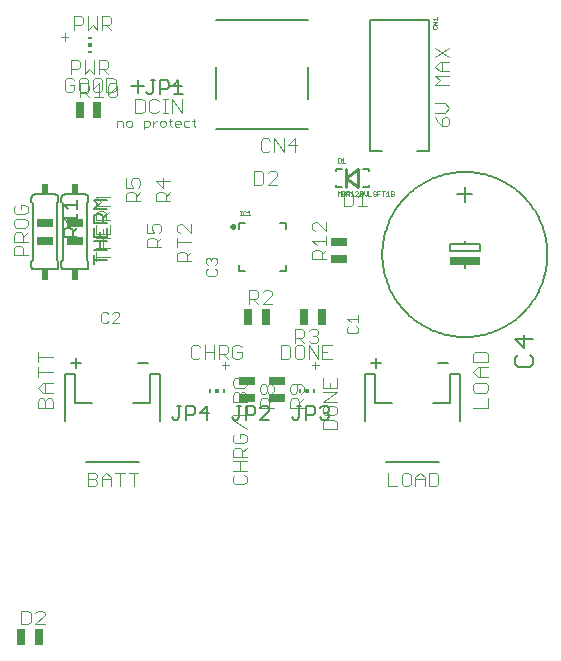
<source format=gbr>
G04 EAGLE Gerber RS-274X export*
G75*
%MOMM*%
%FSLAX34Y34*%
%LPD*%
%INSilkscreen Top*%
%IPPOS*%
%AMOC8*
5,1,8,0,0,1.08239X$1,22.5*%
G01*
%ADD10C,0.152400*%
%ADD11C,0.101600*%
%ADD12C,0.076200*%
%ADD13C,0.127000*%
%ADD14C,0.250000*%
%ADD15C,0.025400*%
%ADD16R,0.650000X1.400000*%
%ADD17R,0.300000X0.150000*%
%ADD18R,0.300000X0.300000*%
%ADD19R,0.150000X0.300000*%
%ADD20R,1.400000X0.650000*%
%ADD21C,0.177800*%
%ADD22R,0.609600X0.863600*%
%ADD23R,2.540000X0.635000*%
%ADD24C,0.254000*%


D10*
X143002Y326397D02*
X153849Y326397D01*
X122099Y326397D02*
X111252Y326397D01*
X116675Y331820D02*
X116675Y320974D01*
D11*
X45212Y53848D02*
X31993Y53848D01*
X31993Y60458D01*
X34196Y62661D01*
X36399Y62661D01*
X38602Y60458D01*
X40806Y62661D01*
X43009Y62661D01*
X45212Y60458D01*
X45212Y53848D01*
X38602Y53848D02*
X38602Y60458D01*
X36399Y66945D02*
X45212Y66945D01*
X36399Y66945D02*
X31993Y71352D01*
X36399Y75758D01*
X45212Y75758D01*
X38602Y75758D02*
X38602Y66945D01*
X45212Y84449D02*
X31993Y84449D01*
X31993Y80043D02*
X31993Y88855D01*
X31993Y97546D02*
X45212Y97546D01*
X31993Y93140D02*
X31993Y101953D01*
X400293Y53848D02*
X413512Y53848D01*
X413512Y62661D01*
X400293Y69148D02*
X400293Y73555D01*
X400293Y69148D02*
X402496Y66945D01*
X411309Y66945D01*
X413512Y69148D01*
X413512Y73555D01*
X411309Y75758D01*
X402496Y75758D01*
X400293Y73555D01*
X404699Y80043D02*
X413512Y80043D01*
X404699Y80043D02*
X400293Y84449D01*
X404699Y88855D01*
X413512Y88855D01*
X406902Y88855D02*
X406902Y80043D01*
X400293Y93140D02*
X413512Y93140D01*
X413512Y99749D01*
X411309Y101953D01*
X402496Y101953D01*
X400293Y99749D01*
X400293Y93140D01*
X62914Y331563D02*
X60965Y333512D01*
X57067Y333512D01*
X55118Y331563D01*
X55118Y323767D01*
X57067Y321818D01*
X60965Y321818D01*
X62914Y323767D01*
X62914Y327665D01*
X59016Y327665D01*
X68761Y333512D02*
X72659Y333512D01*
X68761Y333512D02*
X66812Y331563D01*
X66812Y323767D01*
X68761Y321818D01*
X72659Y321818D01*
X74608Y323767D01*
X74608Y331563D01*
X72659Y333512D01*
X80455Y333512D02*
X84353Y333512D01*
X80455Y333512D02*
X78506Y331563D01*
X78506Y323767D01*
X80455Y321818D01*
X84353Y321818D01*
X86302Y323767D01*
X86302Y331563D01*
X84353Y333512D01*
X90200Y333512D02*
X90200Y321818D01*
X96047Y321818D01*
X97996Y323767D01*
X97996Y331563D01*
X96047Y333512D01*
X90200Y333512D01*
X107178Y229108D02*
X118872Y229108D01*
X107178Y229108D02*
X107178Y234955D01*
X109127Y236904D01*
X113025Y236904D01*
X114974Y234955D01*
X114974Y229108D01*
X114974Y233006D02*
X118872Y236904D01*
X107178Y240802D02*
X107178Y248598D01*
X107178Y240802D02*
X113025Y240802D01*
X111076Y244700D01*
X111076Y246649D01*
X113025Y248598D01*
X116923Y248598D01*
X118872Y246649D01*
X118872Y242751D01*
X116923Y240802D01*
X132578Y229108D02*
X144272Y229108D01*
X132578Y229108D02*
X132578Y234955D01*
X134527Y236904D01*
X138425Y236904D01*
X140374Y234955D01*
X140374Y229108D01*
X140374Y233006D02*
X144272Y236904D01*
X144272Y246649D02*
X132578Y246649D01*
X138425Y240802D01*
X138425Y248598D01*
X23622Y183388D02*
X11928Y183388D01*
X11928Y189235D01*
X13877Y191184D01*
X17775Y191184D01*
X19724Y189235D01*
X19724Y183388D01*
X23622Y195082D02*
X11928Y195082D01*
X11928Y200929D01*
X13877Y202878D01*
X17775Y202878D01*
X19724Y200929D01*
X19724Y195082D01*
X19724Y198980D02*
X23622Y202878D01*
X11928Y208725D02*
X11928Y212623D01*
X11928Y208725D02*
X13877Y206776D01*
X21673Y206776D01*
X23622Y208725D01*
X23622Y212623D01*
X21673Y214572D01*
X13877Y214572D01*
X11928Y212623D01*
X11928Y224317D02*
X13877Y226266D01*
X11928Y224317D02*
X11928Y220419D01*
X13877Y218470D01*
X21673Y218470D01*
X23622Y220419D01*
X23622Y224317D01*
X21673Y226266D01*
X17775Y226266D01*
X17775Y222368D01*
X167645Y107452D02*
X169594Y105503D01*
X167645Y107452D02*
X163747Y107452D01*
X161798Y105503D01*
X161798Y97707D01*
X163747Y95758D01*
X167645Y95758D01*
X169594Y97707D01*
X173492Y95758D02*
X173492Y107452D01*
X173492Y101605D02*
X181288Y101605D01*
X181288Y107452D02*
X181288Y95758D01*
X185186Y95758D02*
X185186Y107452D01*
X191033Y107452D01*
X192982Y105503D01*
X192982Y101605D01*
X191033Y99656D01*
X185186Y99656D01*
X189084Y99656D02*
X192982Y95758D01*
X204676Y105503D02*
X202727Y107452D01*
X198829Y107452D01*
X196880Y105503D01*
X196880Y97707D01*
X198829Y95758D01*
X202727Y95758D01*
X204676Y97707D01*
X204676Y101605D01*
X200778Y101605D01*
X237998Y107452D02*
X237998Y95758D01*
X243845Y95758D01*
X245794Y97707D01*
X245794Y105503D01*
X243845Y107452D01*
X237998Y107452D01*
X251641Y107452D02*
X255539Y107452D01*
X251641Y107452D02*
X249692Y105503D01*
X249692Y97707D01*
X251641Y95758D01*
X255539Y95758D01*
X257488Y97707D01*
X257488Y105503D01*
X255539Y107452D01*
X261386Y107452D02*
X261386Y95758D01*
X269182Y95758D02*
X261386Y107452D01*
X269182Y107452D02*
X269182Y95758D01*
X273080Y107452D02*
X280876Y107452D01*
X273080Y107452D02*
X273080Y95758D01*
X280876Y95758D01*
X276978Y101605D02*
X273080Y101605D01*
X60198Y337058D02*
X60198Y348752D01*
X66045Y348752D01*
X67994Y346803D01*
X67994Y342905D01*
X66045Y340956D01*
X60198Y340956D01*
X71892Y337058D02*
X71892Y348752D01*
X75790Y340956D02*
X71892Y337058D01*
X75790Y340956D02*
X79688Y337058D01*
X79688Y348752D01*
X83586Y348752D02*
X83586Y337058D01*
X83586Y348752D02*
X89433Y348752D01*
X91382Y346803D01*
X91382Y342905D01*
X89433Y340956D01*
X83586Y340956D01*
X87484Y340956D02*
X91382Y337058D01*
X114808Y315732D02*
X114808Y304038D01*
X120655Y304038D01*
X122604Y305987D01*
X122604Y313783D01*
X120655Y315732D01*
X114808Y315732D01*
X132349Y315732D02*
X134298Y313783D01*
X132349Y315732D02*
X128451Y315732D01*
X126502Y313783D01*
X126502Y305987D01*
X128451Y304038D01*
X132349Y304038D01*
X134298Y305987D01*
X138196Y304038D02*
X142094Y304038D01*
X140145Y304038D02*
X140145Y315732D01*
X138196Y315732D02*
X142094Y315732D01*
X145992Y315732D02*
X145992Y304038D01*
X153788Y304038D02*
X145992Y315732D01*
X153788Y315732D02*
X153788Y304038D01*
X93472Y182206D02*
X81778Y182206D01*
X81778Y178308D02*
X81778Y186104D01*
X81778Y190002D02*
X93472Y190002D01*
X87625Y190002D02*
X87625Y197798D01*
X81778Y197798D02*
X93472Y197798D01*
X81778Y201696D02*
X81778Y209492D01*
X81778Y201696D02*
X93472Y201696D01*
X93472Y209492D01*
X87625Y205594D02*
X87625Y201696D01*
X93472Y213390D02*
X81778Y213390D01*
X81778Y219237D01*
X83727Y221186D01*
X87625Y221186D01*
X89574Y219237D01*
X89574Y213390D01*
X89574Y217288D02*
X93472Y221186D01*
X93472Y225084D02*
X81778Y225084D01*
X85676Y228982D01*
X81778Y232880D01*
X93472Y232880D01*
X368798Y300404D02*
X370747Y296506D01*
X374645Y292608D01*
X378543Y292608D01*
X380492Y294557D01*
X380492Y298455D01*
X378543Y300404D01*
X376594Y300404D01*
X374645Y298455D01*
X374645Y292608D01*
X376594Y304302D02*
X368798Y304302D01*
X376594Y304302D02*
X380492Y308200D01*
X376594Y312098D01*
X368798Y312098D01*
X368798Y327690D02*
X380492Y327690D01*
X372696Y331588D02*
X368798Y327690D01*
X372696Y331588D02*
X368798Y335486D01*
X380492Y335486D01*
X380492Y339384D02*
X372696Y339384D01*
X368798Y343282D01*
X372696Y347180D01*
X380492Y347180D01*
X374645Y347180D02*
X374645Y339384D01*
X368798Y351078D02*
X380492Y358874D01*
X380492Y351078D02*
X368798Y358874D01*
X291338Y236992D02*
X291338Y225298D01*
X297185Y225298D01*
X299134Y227247D01*
X299134Y235043D01*
X297185Y236992D01*
X291338Y236992D01*
X303032Y233094D02*
X306930Y236992D01*
X306930Y225298D01*
X303032Y225298D02*
X310828Y225298D01*
X215138Y243078D02*
X215138Y254772D01*
X215138Y243078D02*
X220985Y243078D01*
X222934Y245027D01*
X222934Y252823D01*
X220985Y254772D01*
X215138Y254772D01*
X226832Y243078D02*
X234628Y243078D01*
X226832Y243078D02*
X234628Y250874D01*
X234628Y252823D01*
X232679Y254772D01*
X228781Y254772D01*
X226832Y252823D01*
D12*
X99441Y292481D02*
X99441Y297396D01*
X103127Y297396D01*
X104356Y296167D01*
X104356Y292481D01*
X108154Y292481D02*
X110611Y292481D01*
X111840Y293710D01*
X111840Y296167D01*
X110611Y297396D01*
X108154Y297396D01*
X106925Y296167D01*
X106925Y293710D01*
X108154Y292481D01*
X121893Y290024D02*
X121893Y297396D01*
X125580Y297396D01*
X126808Y296167D01*
X126808Y293710D01*
X125580Y292481D01*
X121893Y292481D01*
X129378Y292481D02*
X129378Y297396D01*
X131835Y297396D02*
X129378Y294938D01*
X131835Y297396D02*
X133064Y297396D01*
X136843Y292481D02*
X139301Y292481D01*
X140529Y293710D01*
X140529Y296167D01*
X139301Y297396D01*
X136843Y297396D01*
X135614Y296167D01*
X135614Y293710D01*
X136843Y292481D01*
X144327Y293710D02*
X144327Y298625D01*
X144327Y293710D02*
X145556Y292481D01*
X145556Y297396D02*
X143099Y297396D01*
X149317Y292481D02*
X151774Y292481D01*
X149317Y292481D02*
X148088Y293710D01*
X148088Y296167D01*
X149317Y297396D01*
X151774Y297396D01*
X153003Y296167D01*
X153003Y294938D01*
X148088Y294938D01*
X156801Y297396D02*
X160487Y297396D01*
X156801Y297396D02*
X155572Y296167D01*
X155572Y293710D01*
X156801Y292481D01*
X160487Y292481D01*
X164285Y293710D02*
X164285Y298625D01*
X164285Y293710D02*
X165514Y292481D01*
X165514Y297396D02*
X163056Y297396D01*
D13*
X202250Y210500D02*
X207250Y210500D01*
X202250Y210500D02*
X202250Y205500D01*
X237250Y210500D02*
X242250Y210500D01*
X242250Y205500D01*
X207250Y170500D02*
X202250Y170500D01*
X202250Y175500D01*
X237250Y170500D02*
X242250Y170500D01*
X242250Y175500D01*
D14*
X196000Y208000D02*
X196002Y208070D01*
X196008Y208140D01*
X196018Y208209D01*
X196031Y208278D01*
X196049Y208346D01*
X196070Y208413D01*
X196095Y208478D01*
X196124Y208542D01*
X196156Y208605D01*
X196192Y208665D01*
X196231Y208723D01*
X196273Y208779D01*
X196318Y208833D01*
X196366Y208884D01*
X196417Y208932D01*
X196471Y208977D01*
X196527Y209019D01*
X196585Y209058D01*
X196645Y209094D01*
X196708Y209126D01*
X196772Y209155D01*
X196837Y209180D01*
X196904Y209201D01*
X196972Y209219D01*
X197041Y209232D01*
X197110Y209242D01*
X197180Y209248D01*
X197250Y209250D01*
X197320Y209248D01*
X197390Y209242D01*
X197459Y209232D01*
X197528Y209219D01*
X197596Y209201D01*
X197663Y209180D01*
X197728Y209155D01*
X197792Y209126D01*
X197855Y209094D01*
X197915Y209058D01*
X197973Y209019D01*
X198029Y208977D01*
X198083Y208932D01*
X198134Y208884D01*
X198182Y208833D01*
X198227Y208779D01*
X198269Y208723D01*
X198308Y208665D01*
X198344Y208605D01*
X198376Y208542D01*
X198405Y208478D01*
X198430Y208413D01*
X198451Y208346D01*
X198469Y208278D01*
X198482Y208209D01*
X198492Y208140D01*
X198498Y208070D01*
X198500Y208000D01*
X198498Y207930D01*
X198492Y207860D01*
X198482Y207791D01*
X198469Y207722D01*
X198451Y207654D01*
X198430Y207587D01*
X198405Y207522D01*
X198376Y207458D01*
X198344Y207395D01*
X198308Y207335D01*
X198269Y207277D01*
X198227Y207221D01*
X198182Y207167D01*
X198134Y207116D01*
X198083Y207068D01*
X198029Y207023D01*
X197973Y206981D01*
X197915Y206942D01*
X197855Y206906D01*
X197792Y206874D01*
X197728Y206845D01*
X197663Y206820D01*
X197596Y206799D01*
X197528Y206781D01*
X197459Y206768D01*
X197390Y206758D01*
X197320Y206752D01*
X197250Y206750D01*
X197180Y206752D01*
X197110Y206758D01*
X197041Y206768D01*
X196972Y206781D01*
X196904Y206799D01*
X196837Y206820D01*
X196772Y206845D01*
X196708Y206874D01*
X196645Y206906D01*
X196585Y206942D01*
X196527Y206981D01*
X196471Y207023D01*
X196417Y207068D01*
X196366Y207116D01*
X196318Y207167D01*
X196273Y207221D01*
X196231Y207277D01*
X196192Y207335D01*
X196156Y207395D01*
X196124Y207458D01*
X196095Y207522D01*
X196070Y207587D01*
X196049Y207654D01*
X196031Y207722D01*
X196018Y207791D01*
X196008Y207860D01*
X196002Y207930D01*
X196000Y208000D01*
D15*
X203327Y217297D02*
X204598Y217297D01*
X203963Y217297D02*
X203963Y221110D01*
X204598Y221110D02*
X203327Y221110D01*
X207728Y221110D02*
X208364Y220475D01*
X207728Y221110D02*
X206457Y221110D01*
X205822Y220475D01*
X205822Y217933D01*
X206457Y217297D01*
X207728Y217297D01*
X208364Y217933D01*
X209564Y219839D02*
X210835Y221110D01*
X210835Y217297D01*
X209564Y217297D02*
X212106Y217297D01*
D16*
X225114Y131615D03*
X210382Y131615D03*
D11*
X210688Y142268D02*
X210688Y153962D01*
X216535Y153962D01*
X218484Y152013D01*
X218484Y148115D01*
X216535Y146166D01*
X210688Y146166D01*
X214586Y146166D02*
X218484Y142268D01*
X222382Y142268D02*
X230178Y142268D01*
X222382Y142268D02*
X230178Y150064D01*
X230178Y152013D01*
X228229Y153962D01*
X224331Y153962D01*
X222382Y152013D01*
D16*
X257636Y131585D03*
X272368Y131585D03*
D11*
X249690Y120942D02*
X249690Y109248D01*
X249690Y120942D02*
X255537Y120942D01*
X257486Y118993D01*
X257486Y115095D01*
X255537Y113146D01*
X249690Y113146D01*
X253588Y113146D02*
X257486Y109248D01*
X261384Y118993D02*
X263333Y120942D01*
X267231Y120942D01*
X269180Y118993D01*
X269180Y117044D01*
X267231Y115095D01*
X265282Y115095D01*
X267231Y115095D02*
X269180Y113146D01*
X269180Y111197D01*
X267231Y109248D01*
X263333Y109248D01*
X261384Y111197D01*
D12*
X54766Y365026D02*
X54766Y371297D01*
X51631Y368161D02*
X57901Y368161D01*
D17*
X76590Y367300D03*
X76590Y355300D03*
D18*
X76590Y361300D03*
D11*
X62898Y374508D02*
X62898Y386202D01*
X68745Y386202D01*
X70694Y384253D01*
X70694Y380355D01*
X68745Y378406D01*
X62898Y378406D01*
X74592Y374508D02*
X74592Y386202D01*
X78490Y378406D02*
X74592Y374508D01*
X78490Y378406D02*
X82388Y374508D01*
X82388Y386202D01*
X86286Y386202D02*
X86286Y374508D01*
X86286Y386202D02*
X92133Y386202D01*
X94082Y384253D01*
X94082Y380355D01*
X92133Y378406D01*
X86286Y378406D01*
X90184Y378406D02*
X94082Y374508D01*
D12*
X264076Y90174D02*
X270347Y90174D01*
X267211Y93309D02*
X267211Y87039D01*
D19*
X266350Y68350D03*
X254350Y68350D03*
D18*
X260350Y68350D03*
D11*
X273548Y36282D02*
X285242Y36282D01*
X285242Y42129D01*
X283293Y44078D01*
X275497Y44078D01*
X273548Y42129D01*
X273548Y36282D01*
X273548Y49925D02*
X273548Y53823D01*
X273548Y49925D02*
X275497Y47976D01*
X283293Y47976D01*
X285242Y49925D01*
X285242Y53823D01*
X283293Y55772D01*
X275497Y55772D01*
X273548Y53823D01*
X273548Y59670D02*
X285242Y59670D01*
X285242Y67466D02*
X273548Y59670D01*
X273548Y67466D02*
X285242Y67466D01*
X273548Y71364D02*
X273548Y79160D01*
X273548Y71364D02*
X285242Y71364D01*
X285242Y79160D01*
X279395Y75262D02*
X279395Y71364D01*
D12*
X194147Y90174D02*
X187876Y90174D01*
X191011Y93309D02*
X191011Y87039D01*
D19*
X190150Y68350D03*
X178150Y68350D03*
D18*
X184150Y68350D03*
D11*
X199297Y-2698D02*
X197348Y-4647D01*
X197348Y-8545D01*
X199297Y-10494D01*
X207093Y-10494D01*
X209042Y-8545D01*
X209042Y-4647D01*
X207093Y-2698D01*
X209042Y1200D02*
X197348Y1200D01*
X203195Y1200D02*
X203195Y8996D01*
X197348Y8996D02*
X209042Y8996D01*
X209042Y12894D02*
X197348Y12894D01*
X197348Y18741D01*
X199297Y20690D01*
X203195Y20690D01*
X205144Y18741D01*
X205144Y12894D01*
X205144Y16792D02*
X209042Y20690D01*
X199297Y32384D02*
X197348Y30435D01*
X197348Y26537D01*
X199297Y24588D01*
X207093Y24588D01*
X209042Y26537D01*
X209042Y30435D01*
X207093Y32384D01*
X203195Y32384D01*
X203195Y28486D01*
X209042Y36282D02*
X197348Y44078D01*
X197348Y47976D02*
X209042Y47976D01*
X209042Y55772D01*
X209042Y59670D02*
X197348Y59670D01*
X197348Y65517D01*
X199297Y67466D01*
X201246Y67466D01*
X203195Y65517D01*
X205144Y67466D01*
X207093Y67466D01*
X209042Y65517D01*
X209042Y59670D01*
X203195Y59670D02*
X203195Y65517D01*
X197348Y73313D02*
X197348Y77211D01*
X197348Y73313D02*
X199297Y71364D01*
X207093Y71364D01*
X209042Y73313D01*
X209042Y77211D01*
X207093Y79160D01*
X199297Y79160D01*
X197348Y77211D01*
D20*
X209565Y62536D03*
X209565Y77268D03*
D11*
X220208Y54590D02*
X231902Y54590D01*
X220208Y54590D02*
X220208Y60437D01*
X222157Y62386D01*
X226055Y62386D01*
X228004Y60437D01*
X228004Y54590D01*
X228004Y58488D02*
X231902Y62386D01*
X222157Y66284D02*
X220208Y68233D01*
X220208Y72131D01*
X222157Y74080D01*
X224106Y74080D01*
X226055Y72131D01*
X228004Y74080D01*
X229953Y74080D01*
X231902Y72131D01*
X231902Y68233D01*
X229953Y66284D01*
X228004Y66284D01*
X226055Y68233D01*
X224106Y66284D01*
X222157Y66284D01*
X226055Y68233D02*
X226055Y72131D01*
D20*
X234965Y62536D03*
X234965Y77268D03*
D11*
X245608Y54590D02*
X257302Y54590D01*
X245608Y54590D02*
X245608Y60437D01*
X247557Y62386D01*
X251455Y62386D01*
X253404Y60437D01*
X253404Y54590D01*
X253404Y58488D02*
X257302Y62386D01*
X255353Y66284D02*
X257302Y68233D01*
X257302Y72131D01*
X255353Y74080D01*
X247557Y74080D01*
X245608Y72131D01*
X245608Y68233D01*
X247557Y66284D01*
X249506Y66284D01*
X251455Y68233D01*
X251455Y74080D01*
D16*
X82404Y306705D03*
X67672Y306705D03*
D11*
X67978Y317358D02*
X67978Y329052D01*
X73825Y329052D01*
X75774Y327103D01*
X75774Y323205D01*
X73825Y321256D01*
X67978Y321256D01*
X71876Y321256D02*
X75774Y317358D01*
X79672Y325154D02*
X83570Y329052D01*
X83570Y317358D01*
X79672Y317358D02*
X87468Y317358D01*
X91366Y319307D02*
X91366Y327103D01*
X93315Y329052D01*
X97213Y329052D01*
X99162Y327103D01*
X99162Y319307D01*
X97213Y317358D01*
X93315Y317358D01*
X91366Y319307D01*
X99162Y327103D01*
D12*
X295451Y123652D02*
X293883Y122084D01*
X293883Y118949D01*
X295451Y117381D01*
X301721Y117381D01*
X303289Y118949D01*
X303289Y122084D01*
X301721Y123652D01*
X297018Y126736D02*
X293883Y129872D01*
X303289Y129872D01*
X303289Y133007D02*
X303289Y126736D01*
X91902Y133809D02*
X90334Y135377D01*
X87199Y135377D01*
X85631Y133809D01*
X85631Y127539D01*
X87199Y125971D01*
X90334Y125971D01*
X91902Y127539D01*
X94986Y125971D02*
X101257Y125971D01*
X94986Y125971D02*
X101257Y132242D01*
X101257Y133809D01*
X99689Y135377D01*
X96554Y135377D01*
X94986Y133809D01*
X174223Y170674D02*
X175791Y172241D01*
X174223Y170674D02*
X174223Y167538D01*
X175791Y165971D01*
X182061Y165971D01*
X183629Y167538D01*
X183629Y170674D01*
X182061Y172241D01*
X175791Y175326D02*
X174223Y176893D01*
X174223Y180029D01*
X175791Y181597D01*
X177358Y181597D01*
X178926Y180029D01*
X178926Y178461D01*
X178926Y180029D02*
X180494Y181597D01*
X182061Y181597D01*
X183629Y180029D01*
X183629Y176893D01*
X182061Y175326D01*
D13*
X326750Y8100D02*
X371750Y8100D01*
X309250Y43100D02*
X309250Y83100D01*
X317750Y83100D01*
X317750Y58100D01*
X331750Y58100D01*
X366750Y58100D02*
X380750Y58100D01*
X380750Y83100D01*
X389250Y83100D01*
X389250Y43100D01*
D21*
X322486Y91953D02*
X314182Y91953D01*
X318334Y87801D02*
X318334Y96106D01*
X371332Y91953D02*
X379636Y91953D01*
D11*
X328382Y-498D02*
X328382Y-12192D01*
X336178Y-12192D01*
X342025Y-498D02*
X345923Y-498D01*
X342025Y-498D02*
X340076Y-2447D01*
X340076Y-10243D01*
X342025Y-12192D01*
X345923Y-12192D01*
X347872Y-10243D01*
X347872Y-2447D01*
X345923Y-498D01*
X351770Y-4396D02*
X351770Y-12192D01*
X351770Y-4396D02*
X355668Y-498D01*
X359566Y-4396D01*
X359566Y-12192D01*
X359566Y-6345D02*
X351770Y-6345D01*
X363464Y-498D02*
X363464Y-12192D01*
X369311Y-12192D01*
X371260Y-10243D01*
X371260Y-2447D01*
X369311Y-498D01*
X363464Y-498D01*
D13*
X117750Y8100D02*
X72750Y8100D01*
X55250Y43100D02*
X55250Y83100D01*
X63750Y83100D01*
X63750Y58100D01*
X77750Y58100D01*
X112750Y58100D02*
X126750Y58100D01*
X126750Y83100D01*
X135250Y83100D01*
X135250Y43100D01*
D21*
X68486Y91953D02*
X60182Y91953D01*
X64334Y87801D02*
X64334Y96106D01*
X117332Y91953D02*
X125636Y91953D01*
D11*
X74382Y-498D02*
X74382Y-12192D01*
X74382Y-498D02*
X80229Y-498D01*
X82178Y-2447D01*
X82178Y-4396D01*
X80229Y-6345D01*
X82178Y-8294D01*
X82178Y-10243D01*
X80229Y-12192D01*
X74382Y-12192D01*
X74382Y-6345D02*
X80229Y-6345D01*
X86076Y-4396D02*
X86076Y-12192D01*
X86076Y-4396D02*
X89974Y-498D01*
X93872Y-4396D01*
X93872Y-12192D01*
X93872Y-6345D02*
X86076Y-6345D01*
X101668Y-12192D02*
X101668Y-498D01*
X97770Y-498D02*
X105566Y-498D01*
X113362Y-498D02*
X113362Y-12192D01*
X109464Y-498D02*
X117260Y-498D01*
D10*
X49530Y232410D02*
X49528Y232510D01*
X49522Y232609D01*
X49512Y232709D01*
X49499Y232807D01*
X49481Y232906D01*
X49460Y233003D01*
X49435Y233099D01*
X49406Y233195D01*
X49373Y233289D01*
X49337Y233382D01*
X49297Y233473D01*
X49253Y233563D01*
X49206Y233651D01*
X49156Y233737D01*
X49102Y233821D01*
X49045Y233903D01*
X48985Y233982D01*
X48921Y234060D01*
X48855Y234134D01*
X48786Y234206D01*
X48714Y234275D01*
X48640Y234341D01*
X48562Y234405D01*
X48483Y234465D01*
X48401Y234522D01*
X48317Y234576D01*
X48231Y234626D01*
X48143Y234673D01*
X48053Y234717D01*
X47962Y234757D01*
X47869Y234793D01*
X47775Y234826D01*
X47679Y234855D01*
X47583Y234880D01*
X47486Y234901D01*
X47387Y234919D01*
X47289Y234932D01*
X47189Y234942D01*
X47090Y234948D01*
X46990Y234950D01*
X29210Y234950D02*
X29110Y234948D01*
X29011Y234942D01*
X28911Y234932D01*
X28813Y234919D01*
X28714Y234901D01*
X28617Y234880D01*
X28521Y234855D01*
X28425Y234826D01*
X28331Y234793D01*
X28238Y234757D01*
X28147Y234717D01*
X28057Y234673D01*
X27969Y234626D01*
X27883Y234576D01*
X27799Y234522D01*
X27717Y234465D01*
X27638Y234405D01*
X27560Y234341D01*
X27486Y234275D01*
X27414Y234206D01*
X27345Y234134D01*
X27279Y234060D01*
X27215Y233982D01*
X27155Y233903D01*
X27098Y233821D01*
X27044Y233737D01*
X26994Y233651D01*
X26947Y233563D01*
X26903Y233473D01*
X26863Y233382D01*
X26827Y233289D01*
X26794Y233195D01*
X26765Y233099D01*
X26740Y233003D01*
X26719Y232906D01*
X26701Y232807D01*
X26688Y232709D01*
X26678Y232609D01*
X26672Y232510D01*
X26670Y232410D01*
X26670Y173990D02*
X26672Y173890D01*
X26678Y173791D01*
X26688Y173691D01*
X26701Y173593D01*
X26719Y173494D01*
X26740Y173397D01*
X26765Y173301D01*
X26794Y173205D01*
X26827Y173111D01*
X26863Y173018D01*
X26903Y172927D01*
X26947Y172837D01*
X26994Y172749D01*
X27044Y172663D01*
X27098Y172579D01*
X27155Y172497D01*
X27215Y172418D01*
X27279Y172340D01*
X27345Y172266D01*
X27414Y172194D01*
X27486Y172125D01*
X27560Y172059D01*
X27638Y171995D01*
X27717Y171935D01*
X27799Y171878D01*
X27883Y171824D01*
X27969Y171774D01*
X28057Y171727D01*
X28147Y171683D01*
X28238Y171643D01*
X28331Y171607D01*
X28425Y171574D01*
X28521Y171545D01*
X28617Y171520D01*
X28714Y171499D01*
X28813Y171481D01*
X28911Y171468D01*
X29011Y171458D01*
X29110Y171452D01*
X29210Y171450D01*
X46990Y171450D02*
X47090Y171452D01*
X47189Y171458D01*
X47289Y171468D01*
X47387Y171481D01*
X47486Y171499D01*
X47583Y171520D01*
X47679Y171545D01*
X47775Y171574D01*
X47869Y171607D01*
X47962Y171643D01*
X48053Y171683D01*
X48143Y171727D01*
X48231Y171774D01*
X48317Y171824D01*
X48401Y171878D01*
X48483Y171935D01*
X48562Y171995D01*
X48640Y172059D01*
X48714Y172125D01*
X48786Y172194D01*
X48855Y172266D01*
X48921Y172340D01*
X48985Y172418D01*
X49045Y172497D01*
X49102Y172579D01*
X49156Y172663D01*
X49206Y172749D01*
X49253Y172837D01*
X49297Y172927D01*
X49337Y173018D01*
X49373Y173111D01*
X49406Y173205D01*
X49435Y173301D01*
X49460Y173397D01*
X49481Y173494D01*
X49499Y173593D01*
X49512Y173691D01*
X49522Y173791D01*
X49528Y173890D01*
X49530Y173990D01*
X46990Y234950D02*
X29210Y234950D01*
X49530Y232410D02*
X49530Y228600D01*
X48260Y227330D01*
X26670Y228600D02*
X26670Y232410D01*
X26670Y228600D02*
X27940Y227330D01*
X48260Y179070D02*
X49530Y177800D01*
X48260Y179070D02*
X48260Y227330D01*
X27940Y179070D02*
X26670Y177800D01*
X27940Y179070D02*
X27940Y227330D01*
X49530Y177800D02*
X49530Y173990D01*
X26670Y173990D02*
X26670Y177800D01*
X29210Y171450D02*
X46990Y171450D01*
D22*
X38100Y167132D03*
X38100Y239268D03*
D20*
X38115Y195886D03*
X38115Y210618D03*
D13*
X53965Y199233D02*
X65405Y199233D01*
X53965Y199233D02*
X53965Y204953D01*
X55872Y206860D01*
X59685Y206860D01*
X61592Y204953D01*
X61592Y199233D01*
X61592Y203046D02*
X65405Y206860D01*
X57779Y210927D02*
X53965Y214740D01*
X65405Y214740D01*
X65405Y210927D02*
X65405Y218554D01*
X57779Y222621D02*
X53965Y226434D01*
X65405Y226434D01*
X65405Y222621D02*
X65405Y230247D01*
D20*
X287005Y194794D03*
X287005Y180062D03*
D11*
X276352Y180368D02*
X264658Y180368D01*
X264658Y186215D01*
X266607Y188164D01*
X270505Y188164D01*
X272454Y186215D01*
X272454Y180368D01*
X272454Y184266D02*
X276352Y188164D01*
X268556Y192062D02*
X264658Y195960D01*
X276352Y195960D01*
X276352Y192062D02*
X276352Y199858D01*
X276352Y203756D02*
X276352Y211552D01*
X276352Y203756D02*
X268556Y211552D01*
X266607Y211552D01*
X264658Y209603D01*
X264658Y205705D01*
X266607Y203756D01*
D13*
X261250Y290550D02*
X183250Y290550D01*
X183250Y382550D02*
X261250Y382550D01*
X261250Y342550D02*
X261250Y315550D01*
X183250Y315550D02*
X183250Y342550D01*
X243250Y290550D02*
X254250Y290550D01*
X201250Y290550D02*
X190250Y290550D01*
D11*
X226623Y282552D02*
X228572Y280603D01*
X226623Y282552D02*
X222725Y282552D01*
X220776Y280603D01*
X220776Y272807D01*
X222725Y270858D01*
X226623Y270858D01*
X228572Y272807D01*
X232470Y270858D02*
X232470Y282552D01*
X240266Y270858D01*
X240266Y282552D01*
X250011Y282552D02*
X250011Y270858D01*
X244164Y276705D02*
X250011Y282552D01*
X251960Y276705D02*
X244164Y276705D01*
D10*
X393700Y195580D02*
X393700Y193040D01*
X381000Y193040D01*
X381000Y186690D01*
X406400Y186690D01*
X406400Y193040D01*
X393700Y193040D01*
X393700Y177800D02*
X393700Y172720D01*
X393700Y228600D02*
X393700Y241300D01*
X387350Y234950D02*
X400050Y234950D01*
X323850Y184150D02*
X323871Y185864D01*
X323934Y187577D01*
X324039Y189288D01*
X324186Y190996D01*
X324375Y192700D01*
X324606Y194399D01*
X324878Y196092D01*
X325192Y197777D01*
X325547Y199454D01*
X325943Y201122D01*
X326380Y202780D01*
X326858Y204426D01*
X327375Y206061D01*
X327933Y207682D01*
X328530Y209289D01*
X329167Y210880D01*
X329842Y212456D01*
X330556Y214015D01*
X331308Y215555D01*
X332098Y217077D01*
X332924Y218579D01*
X333788Y220060D01*
X334687Y221520D01*
X335622Y222957D01*
X336592Y224370D01*
X337596Y225760D01*
X338634Y227124D01*
X339705Y228462D01*
X340809Y229774D01*
X341945Y231058D01*
X343111Y232314D01*
X344309Y233541D01*
X345536Y234739D01*
X346792Y235905D01*
X348076Y237041D01*
X349388Y238145D01*
X350726Y239216D01*
X352090Y240254D01*
X353480Y241258D01*
X354893Y242228D01*
X356330Y243163D01*
X357790Y244062D01*
X359271Y244926D01*
X360773Y245752D01*
X362295Y246542D01*
X363835Y247294D01*
X365394Y248008D01*
X366970Y248683D01*
X368561Y249320D01*
X370168Y249917D01*
X371789Y250475D01*
X373424Y250992D01*
X375070Y251470D01*
X376728Y251907D01*
X378396Y252303D01*
X380073Y252658D01*
X381758Y252972D01*
X383451Y253244D01*
X385150Y253475D01*
X386854Y253664D01*
X388562Y253811D01*
X390273Y253916D01*
X391986Y253979D01*
X393700Y254000D01*
X395414Y253979D01*
X397127Y253916D01*
X398838Y253811D01*
X400546Y253664D01*
X402250Y253475D01*
X403949Y253244D01*
X405642Y252972D01*
X407327Y252658D01*
X409004Y252303D01*
X410672Y251907D01*
X412330Y251470D01*
X413976Y250992D01*
X415611Y250475D01*
X417232Y249917D01*
X418839Y249320D01*
X420430Y248683D01*
X422006Y248008D01*
X423565Y247294D01*
X425105Y246542D01*
X426627Y245752D01*
X428129Y244926D01*
X429610Y244062D01*
X431070Y243163D01*
X432507Y242228D01*
X433920Y241258D01*
X435310Y240254D01*
X436674Y239216D01*
X438012Y238145D01*
X439324Y237041D01*
X440608Y235905D01*
X441864Y234739D01*
X443091Y233541D01*
X444289Y232314D01*
X445455Y231058D01*
X446591Y229774D01*
X447695Y228462D01*
X448766Y227124D01*
X449804Y225760D01*
X450808Y224370D01*
X451778Y222957D01*
X452713Y221520D01*
X453612Y220060D01*
X454476Y218579D01*
X455302Y217077D01*
X456092Y215555D01*
X456844Y214015D01*
X457558Y212456D01*
X458233Y210880D01*
X458870Y209289D01*
X459467Y207682D01*
X460025Y206061D01*
X460542Y204426D01*
X461020Y202780D01*
X461457Y201122D01*
X461853Y199454D01*
X462208Y197777D01*
X462522Y196092D01*
X462794Y194399D01*
X463025Y192700D01*
X463214Y190996D01*
X463361Y189288D01*
X463466Y187577D01*
X463529Y185864D01*
X463550Y184150D01*
X463529Y182436D01*
X463466Y180723D01*
X463361Y179012D01*
X463214Y177304D01*
X463025Y175600D01*
X462794Y173901D01*
X462522Y172208D01*
X462208Y170523D01*
X461853Y168846D01*
X461457Y167178D01*
X461020Y165520D01*
X460542Y163874D01*
X460025Y162239D01*
X459467Y160618D01*
X458870Y159011D01*
X458233Y157420D01*
X457558Y155844D01*
X456844Y154285D01*
X456092Y152745D01*
X455302Y151223D01*
X454476Y149721D01*
X453612Y148240D01*
X452713Y146780D01*
X451778Y145343D01*
X450808Y143930D01*
X449804Y142540D01*
X448766Y141176D01*
X447695Y139838D01*
X446591Y138526D01*
X445455Y137242D01*
X444289Y135986D01*
X443091Y134759D01*
X441864Y133561D01*
X440608Y132395D01*
X439324Y131259D01*
X438012Y130155D01*
X436674Y129084D01*
X435310Y128046D01*
X433920Y127042D01*
X432507Y126072D01*
X431070Y125137D01*
X429610Y124238D01*
X428129Y123374D01*
X426627Y122548D01*
X425105Y121758D01*
X423565Y121006D01*
X422006Y120292D01*
X420430Y119617D01*
X418839Y118980D01*
X417232Y118383D01*
X415611Y117825D01*
X413976Y117308D01*
X412330Y116830D01*
X410672Y116393D01*
X409004Y115997D01*
X407327Y115642D01*
X405642Y115328D01*
X403949Y115056D01*
X402250Y114825D01*
X400546Y114636D01*
X398838Y114489D01*
X397127Y114384D01*
X395414Y114321D01*
X393700Y114300D01*
X391986Y114321D01*
X390273Y114384D01*
X388562Y114489D01*
X386854Y114636D01*
X385150Y114825D01*
X383451Y115056D01*
X381758Y115328D01*
X380073Y115642D01*
X378396Y115997D01*
X376728Y116393D01*
X375070Y116830D01*
X373424Y117308D01*
X371789Y117825D01*
X370168Y118383D01*
X368561Y118980D01*
X366970Y119617D01*
X365394Y120292D01*
X363835Y121006D01*
X362295Y121758D01*
X360773Y122548D01*
X359271Y123374D01*
X357790Y124238D01*
X356330Y125137D01*
X354893Y126072D01*
X353480Y127042D01*
X352090Y128046D01*
X350726Y129084D01*
X349388Y130155D01*
X348076Y131259D01*
X346792Y132395D01*
X345536Y133561D01*
X344309Y134759D01*
X343111Y135986D01*
X341945Y137242D01*
X340809Y138526D01*
X339705Y139838D01*
X338634Y141176D01*
X337596Y142540D01*
X336592Y143930D01*
X335622Y145343D01*
X334687Y146780D01*
X333788Y148240D01*
X332924Y149721D01*
X332098Y151223D01*
X331308Y152745D01*
X330556Y154285D01*
X329842Y155844D01*
X329167Y157420D01*
X328530Y159011D01*
X327933Y160618D01*
X327375Y162239D01*
X326858Y163874D01*
X326380Y165520D01*
X325943Y167178D01*
X325547Y168846D01*
X325192Y170523D01*
X324878Y172208D01*
X324606Y173901D01*
X324375Y175600D01*
X324186Y177304D01*
X324039Y179012D01*
X323934Y180723D01*
X323871Y182436D01*
X323850Y184150D01*
D23*
X393700Y178435D03*
D21*
X438393Y99219D02*
X435723Y96550D01*
X435723Y91211D01*
X438393Y88542D01*
X449070Y88542D01*
X451739Y91211D01*
X451739Y96550D01*
X449070Y99219D01*
X451739Y112921D02*
X435723Y112921D01*
X443731Y104913D01*
X443731Y115591D01*
D13*
X363420Y271540D02*
X363420Y382540D01*
X313420Y382540D02*
X313420Y271540D01*
X323420Y271540D01*
X353420Y271540D02*
X363420Y271540D01*
X363420Y382540D02*
X313420Y382540D01*
D15*
X366344Y376847D02*
X366979Y377483D01*
X366344Y376847D02*
X366344Y375576D01*
X366979Y374941D01*
X369521Y374941D01*
X370157Y375576D01*
X370157Y376847D01*
X369521Y377483D01*
X370157Y378683D02*
X366344Y378683D01*
X370157Y381225D01*
X366344Y381225D01*
X367615Y382425D02*
X366344Y383696D01*
X370157Y383696D01*
X370157Y382425D02*
X370157Y384967D01*
D13*
X125702Y320167D02*
X123795Y322074D01*
X125702Y320167D02*
X127608Y320167D01*
X129515Y322074D01*
X129515Y331607D01*
X127608Y331607D02*
X131422Y331607D01*
X135489Y331607D02*
X135489Y320167D01*
X135489Y331607D02*
X141209Y331607D01*
X143116Y329700D01*
X143116Y325887D01*
X141209Y323980D01*
X135489Y323980D01*
X147183Y327794D02*
X150996Y331607D01*
X150996Y320167D01*
X147183Y320167D02*
X154809Y320167D01*
D24*
X293450Y256380D02*
X293450Y248920D01*
X293450Y241460D01*
X293450Y248920D02*
X303450Y256380D01*
X303450Y241460D01*
X293450Y248920D01*
D13*
X284450Y254920D02*
X284450Y256920D01*
X289450Y256920D01*
X312450Y256920D02*
X312450Y254920D01*
X312450Y256920D02*
X307450Y256920D01*
X284450Y242920D02*
X284450Y240920D01*
X289450Y240920D01*
X312450Y240920D02*
X312450Y242920D01*
X312450Y240920D02*
X307450Y240920D01*
D15*
X285877Y261747D02*
X285877Y265560D01*
X285877Y261747D02*
X287784Y261747D01*
X288419Y262383D01*
X288419Y264925D01*
X287784Y265560D01*
X285877Y265560D01*
X289619Y264289D02*
X290890Y265560D01*
X290890Y261747D01*
X289619Y261747D02*
X292161Y261747D01*
X285877Y237620D02*
X285877Y233807D01*
X287148Y236349D02*
X285877Y237620D01*
X287148Y236349D02*
X288419Y237620D01*
X288419Y233807D01*
X289619Y233807D02*
X289619Y237620D01*
X291526Y237620D01*
X292161Y236985D01*
X292161Y236349D01*
X291526Y235714D01*
X292161Y235078D01*
X292161Y234443D01*
X291526Y233807D01*
X289619Y233807D01*
X289619Y235714D02*
X291526Y235714D01*
X293361Y237620D02*
X293361Y233807D01*
X293361Y237620D02*
X295268Y237620D01*
X295903Y236985D01*
X295903Y235714D01*
X295268Y235078D01*
X293361Y235078D01*
X294632Y235078D02*
X295903Y233807D01*
X297103Y236349D02*
X298374Y237620D01*
X298374Y233807D01*
X297103Y233807D02*
X299645Y233807D01*
X300845Y233807D02*
X303387Y233807D01*
X300845Y233807D02*
X303387Y236349D01*
X303387Y236985D01*
X302752Y237620D01*
X301481Y237620D01*
X300845Y236985D01*
X304587Y236985D02*
X304587Y234443D01*
X304587Y236985D02*
X305223Y237620D01*
X306494Y237620D01*
X307129Y236985D01*
X307129Y234443D01*
X306494Y233807D01*
X305223Y233807D01*
X304587Y234443D01*
X307129Y236985D01*
X308329Y237620D02*
X308329Y235078D01*
X309600Y233807D01*
X310872Y235078D01*
X310872Y237620D01*
X312071Y237620D02*
X312071Y233807D01*
X314614Y233807D01*
X318356Y236985D02*
X317720Y237620D01*
X316449Y237620D01*
X315814Y236985D01*
X315814Y236349D01*
X316449Y235714D01*
X317720Y235714D01*
X318356Y235078D01*
X318356Y234443D01*
X317720Y233807D01*
X316449Y233807D01*
X315814Y234443D01*
X319556Y233807D02*
X319556Y237620D01*
X322098Y237620D01*
X320827Y235714D02*
X319556Y235714D01*
X324569Y233807D02*
X324569Y237620D01*
X323298Y237620D02*
X325840Y237620D01*
X327040Y236349D02*
X328311Y237620D01*
X328311Y233807D01*
X327040Y233807D02*
X329582Y233807D01*
X333324Y236985D02*
X332688Y237620D01*
X331417Y237620D01*
X330782Y236985D01*
X330782Y234443D01*
X331417Y233807D01*
X332688Y233807D01*
X333324Y234443D01*
X333324Y235714D01*
X332053Y235714D01*
D11*
X136652Y190480D02*
X124958Y190480D01*
X124958Y196327D01*
X126907Y198276D01*
X130805Y198276D01*
X132754Y196327D01*
X132754Y190480D01*
X132754Y194378D02*
X136652Y198276D01*
X124958Y202174D02*
X124958Y209970D01*
X124958Y202174D02*
X130805Y202174D01*
X128856Y206072D01*
X128856Y208021D01*
X130805Y209970D01*
X134703Y209970D01*
X136652Y208021D01*
X136652Y204123D01*
X134703Y202174D01*
X150358Y178786D02*
X162052Y178786D01*
X150358Y178786D02*
X150358Y184633D01*
X152307Y186582D01*
X156205Y186582D01*
X158154Y184633D01*
X158154Y178786D01*
X158154Y182684D02*
X162052Y186582D01*
X162052Y194378D02*
X150358Y194378D01*
X150358Y190480D02*
X150358Y198276D01*
X162052Y202174D02*
X162052Y209970D01*
X162052Y202174D02*
X154256Y209970D01*
X152307Y209970D01*
X150358Y208021D01*
X150358Y204123D01*
X152307Y202174D01*
D13*
X196723Y46230D02*
X198630Y44323D01*
X200536Y44323D01*
X202443Y46230D01*
X202443Y55763D01*
X200536Y55763D02*
X204350Y55763D01*
X208417Y55763D02*
X208417Y44323D01*
X208417Y55763D02*
X214137Y55763D01*
X216043Y53856D01*
X216043Y50043D01*
X214137Y48136D01*
X208417Y48136D01*
X220111Y44323D02*
X227737Y44323D01*
X220111Y44323D02*
X227737Y51950D01*
X227737Y53856D01*
X225831Y55763D01*
X222018Y55763D01*
X220111Y53856D01*
X247523Y46230D02*
X249430Y44323D01*
X251336Y44323D01*
X253243Y46230D01*
X253243Y55763D01*
X251336Y55763D02*
X255150Y55763D01*
X259217Y55763D02*
X259217Y44323D01*
X259217Y55763D02*
X264937Y55763D01*
X266843Y53856D01*
X266843Y50043D01*
X264937Y48136D01*
X259217Y48136D01*
X270911Y53856D02*
X272818Y55763D01*
X276631Y55763D01*
X278537Y53856D01*
X278537Y51950D01*
X276631Y50043D01*
X274724Y50043D01*
X276631Y50043D02*
X278537Y48136D01*
X278537Y46230D01*
X276631Y44323D01*
X272818Y44323D01*
X270911Y46230D01*
X147830Y44323D02*
X145923Y46230D01*
X147830Y44323D02*
X149736Y44323D01*
X151643Y46230D01*
X151643Y55763D01*
X149736Y55763D02*
X153550Y55763D01*
X157617Y55763D02*
X157617Y44323D01*
X157617Y55763D02*
X163337Y55763D01*
X165243Y53856D01*
X165243Y50043D01*
X163337Y48136D01*
X157617Y48136D01*
X175031Y44323D02*
X175031Y55763D01*
X169311Y50043D01*
X176937Y50043D01*
D10*
X74930Y232410D02*
X74928Y232510D01*
X74922Y232609D01*
X74912Y232709D01*
X74899Y232807D01*
X74881Y232906D01*
X74860Y233003D01*
X74835Y233099D01*
X74806Y233195D01*
X74773Y233289D01*
X74737Y233382D01*
X74697Y233473D01*
X74653Y233563D01*
X74606Y233651D01*
X74556Y233737D01*
X74502Y233821D01*
X74445Y233903D01*
X74385Y233982D01*
X74321Y234060D01*
X74255Y234134D01*
X74186Y234206D01*
X74114Y234275D01*
X74040Y234341D01*
X73962Y234405D01*
X73883Y234465D01*
X73801Y234522D01*
X73717Y234576D01*
X73631Y234626D01*
X73543Y234673D01*
X73453Y234717D01*
X73362Y234757D01*
X73269Y234793D01*
X73175Y234826D01*
X73079Y234855D01*
X72983Y234880D01*
X72886Y234901D01*
X72787Y234919D01*
X72689Y234932D01*
X72589Y234942D01*
X72490Y234948D01*
X72390Y234950D01*
X54610Y234950D02*
X54510Y234948D01*
X54411Y234942D01*
X54311Y234932D01*
X54213Y234919D01*
X54114Y234901D01*
X54017Y234880D01*
X53921Y234855D01*
X53825Y234826D01*
X53731Y234793D01*
X53638Y234757D01*
X53547Y234717D01*
X53457Y234673D01*
X53369Y234626D01*
X53283Y234576D01*
X53199Y234522D01*
X53117Y234465D01*
X53038Y234405D01*
X52960Y234341D01*
X52886Y234275D01*
X52814Y234206D01*
X52745Y234134D01*
X52679Y234060D01*
X52615Y233982D01*
X52555Y233903D01*
X52498Y233821D01*
X52444Y233737D01*
X52394Y233651D01*
X52347Y233563D01*
X52303Y233473D01*
X52263Y233382D01*
X52227Y233289D01*
X52194Y233195D01*
X52165Y233099D01*
X52140Y233003D01*
X52119Y232906D01*
X52101Y232807D01*
X52088Y232709D01*
X52078Y232609D01*
X52072Y232510D01*
X52070Y232410D01*
X52070Y173990D02*
X52072Y173890D01*
X52078Y173791D01*
X52088Y173691D01*
X52101Y173593D01*
X52119Y173494D01*
X52140Y173397D01*
X52165Y173301D01*
X52194Y173205D01*
X52227Y173111D01*
X52263Y173018D01*
X52303Y172927D01*
X52347Y172837D01*
X52394Y172749D01*
X52444Y172663D01*
X52498Y172579D01*
X52555Y172497D01*
X52615Y172418D01*
X52679Y172340D01*
X52745Y172266D01*
X52814Y172194D01*
X52886Y172125D01*
X52960Y172059D01*
X53038Y171995D01*
X53117Y171935D01*
X53199Y171878D01*
X53283Y171824D01*
X53369Y171774D01*
X53457Y171727D01*
X53547Y171683D01*
X53638Y171643D01*
X53731Y171607D01*
X53825Y171574D01*
X53921Y171545D01*
X54017Y171520D01*
X54114Y171499D01*
X54213Y171481D01*
X54311Y171468D01*
X54411Y171458D01*
X54510Y171452D01*
X54610Y171450D01*
X72390Y171450D02*
X72490Y171452D01*
X72589Y171458D01*
X72689Y171468D01*
X72787Y171481D01*
X72886Y171499D01*
X72983Y171520D01*
X73079Y171545D01*
X73175Y171574D01*
X73269Y171607D01*
X73362Y171643D01*
X73453Y171683D01*
X73543Y171727D01*
X73631Y171774D01*
X73717Y171824D01*
X73801Y171878D01*
X73883Y171935D01*
X73962Y171995D01*
X74040Y172059D01*
X74114Y172125D01*
X74186Y172194D01*
X74255Y172266D01*
X74321Y172340D01*
X74385Y172418D01*
X74445Y172497D01*
X74502Y172579D01*
X74556Y172663D01*
X74606Y172749D01*
X74653Y172837D01*
X74697Y172927D01*
X74737Y173018D01*
X74773Y173111D01*
X74806Y173205D01*
X74835Y173301D01*
X74860Y173397D01*
X74881Y173494D01*
X74899Y173593D01*
X74912Y173691D01*
X74922Y173791D01*
X74928Y173890D01*
X74930Y173990D01*
X72390Y234950D02*
X54610Y234950D01*
X74930Y232410D02*
X74930Y228600D01*
X73660Y227330D01*
X52070Y228600D02*
X52070Y232410D01*
X52070Y228600D02*
X53340Y227330D01*
X73660Y179070D02*
X74930Y177800D01*
X73660Y179070D02*
X73660Y227330D01*
X53340Y179070D02*
X52070Y177800D01*
X53340Y179070D02*
X53340Y227330D01*
X74930Y177800D02*
X74930Y173990D01*
X52070Y173990D02*
X52070Y177800D01*
X54610Y171450D02*
X72390Y171450D01*
D22*
X63500Y167132D03*
X63500Y239268D03*
D20*
X63515Y195886D03*
X63515Y210618D03*
D13*
X79365Y179658D02*
X90805Y179658D01*
X79365Y175845D02*
X79365Y183472D01*
X79365Y187539D02*
X90805Y187539D01*
X85085Y187539D02*
X85085Y195166D01*
X79365Y195166D02*
X90805Y195166D01*
X79365Y199233D02*
X79365Y206859D01*
X79365Y199233D02*
X90805Y199233D01*
X90805Y206859D01*
X85085Y203046D02*
X85085Y199233D01*
X90805Y210927D02*
X79365Y210927D01*
X79365Y216647D01*
X81272Y218553D01*
X85085Y218553D01*
X86992Y216647D01*
X86992Y210927D01*
X86992Y214740D02*
X90805Y218553D01*
X90805Y222621D02*
X79365Y222621D01*
X83179Y226434D01*
X79365Y230247D01*
X90805Y230247D01*
D16*
X32714Y-139685D03*
X17982Y-139685D03*
D11*
X18288Y-129032D02*
X18288Y-117338D01*
X18288Y-129032D02*
X24135Y-129032D01*
X26084Y-127083D01*
X26084Y-119287D01*
X24135Y-117338D01*
X18288Y-117338D01*
X29982Y-129032D02*
X37778Y-129032D01*
X29982Y-129032D02*
X37778Y-121236D01*
X37778Y-119287D01*
X35829Y-117338D01*
X31931Y-117338D01*
X29982Y-119287D01*
M02*

</source>
